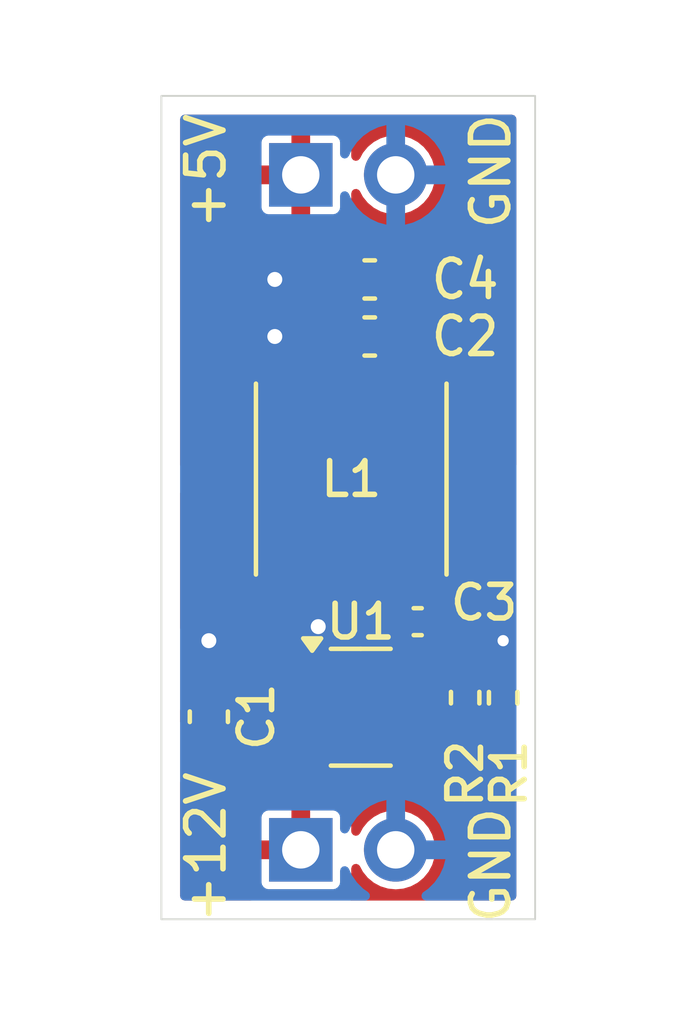
<source format=kicad_pcb>
(kicad_pcb (version 20240108) (generator "pcbnew") (generator_version "8.0")
  (layers (0 "F.Cu" signal) (31 "B.Cu" signal) (34 "B.Paste" user) (35 "F.Paste" user) (36 "B.SilkS" user "B.Silkscreen") (37 "F.SilkS" user "F.Silkscreen") (38 "B.Mask" user) (39 "F.Mask" user) (44 "Edge.Cuts" user))
  (net 0 "")
  (net 1 "GND")
  (net 2 "/+12V")
  (net 3 "/+5V")
  (net 4 "/BST")
  (net 5 "/SW")
  (net 6 "Net-(U1-FB)")
  (footprint "Capacitor_SMD:C_0603_1608Metric" (layer "F.Cu") (at 138.671 71.628 180)
    (property "Reference" "C4" (at -2.553 0 0) (layer "F.SilkS") (effects (font (size 1 0.9))))
    (property "Value" "22u")
    (fp_line (start -0.14058 0.51) (end 0.14058 0.51) (stroke (width 0.12)) (layer "F.SilkS"))
    (fp_line (start -0.14058 -0.51) (end 0.14058 -0.51) (stroke (width 0.12)) (layer "F.SilkS"))
    (pad "1" smd roundrect (at -0.775 0 180) (size 0.9 0.95) (layers "F.Cu" "F.Paste" "F.Mask") (net 3 "/+5V"))
    (pad "2" smd roundrect (at 0.775 0 180) (size 0.9 0.95) (layers "F.Cu" "F.Paste" "F.Mask") (net 1 "GND"))
  )
  (footprint "Connector_PinHeader_2.54mm:PinHeader_1x02_P2.54mm_Vertical" (layer "F.Cu") (at 136.826 68.834 90)
    (property "Reference" "J2" (hide yes))
    (property "Value" "Conn_01x02")
    (pad "1" thru_hole rect (at 0 0 90) (size 1.7 1.7) (drill 1) (layers "*.Cu" "*.Mask") (net 3 "/+5V"))
    (pad "2" thru_hole oval (at 0 2.54 90) (size 1.7 1.7) (drill 1) (layers "*.Cu" "*.Mask") (net 1 "GND"))
  )
  (footprint "Resistor_SMD:R_0402_1005Metric" (layer "F.Cu") (at 141.224 82.802 -90)
    (property "Reference" "R1" (at 2.034 -1.17 90) (layer "F.SilkS") (effects (font (size 0.9 0.9))))
    (property "Value" "52.3k")
    (fp_line (start -0.153641 0.38) (end 0.153641 0.38) (stroke (width 0.12)) (layer "F.SilkS"))
    (fp_line (start -0.153641 -0.38) (end 0.153641 -0.38) (stroke (width 0.12)) (layer "F.SilkS"))
    (pad "1" smd roundrect (at -0.51 0 270) (size 0.54 0.64) (layers "F.Cu" "F.Paste" "F.Mask") (net 3 "/+5V"))
    (pad "2" smd roundrect (at 0.51 0 270) (size 0.54 0.64) (layers "F.Cu" "F.Paste" "F.Mask") (net 6 "Net-(U1-FB)"))
  )
  (footprint "Resistor_SMD:R_0402_1005Metric" (layer "F.Cu") (at 142.24 82.804 90)
    (property "Reference" "R2" (at -2.032 -1.016 90) (layer "F.SilkS") (effects (font (size 0.9 0.9))))
    (property "Value" "10k")
    (fp_line (start -0.153641 -0.38) (end 0.153641 -0.38) (stroke (width 0.12)) (layer "F.SilkS"))
    (fp_line (start -0.153641 0.38) (end 0.153641 0.38) (stroke (width 0.12)) (layer "F.SilkS"))
    (pad "1" smd roundrect (at -0.51 0 90) (size 0.54 0.64) (layers "F.Cu" "F.Paste" "F.Mask") (net 6 "Net-(U1-FB)"))
    (pad "2" smd roundrect (at 0.51 0 90) (size 0.54 0.64) (layers "F.Cu" "F.Paste" "F.Mask") (net 1 "GND"))
  )
  (footprint "Package_TO_SOT_SMD:TSOT-23-6" (layer "F.Cu") (at 138.43 83.058)
    (property "Reference" "U1" (at 0 -2.286 180) (layer "F.SilkS") (effects (font (size 0.9 0.9))))
    (property "Value" "AP62301WU")
    (fp_line (start 0 -1.56) (end -0.8 -1.56) (stroke (width 0.12)) (layer "F.SilkS"))
    (fp_line (start 0 -1.56) (end 0.8 -1.56) (stroke (width 0.12)) (layer "F.SilkS"))
    (fp_line (start 0 1.56) (end -0.8 1.56) (stroke (width 0.12)) (layer "F.SilkS"))
    (fp_line (start 0 1.56) (end 0.8 1.56) (stroke (width 0.12)) (layer "F.SilkS"))
    (fp_poly (pts (xy -1.3 -1.51) (xy -1.54 -1.84) (xy -1.06 -1.84) (xy -1.3 -1.51)) (stroke (width 0.12)) (fill solid) (layer "F.SilkS"))
    (pad "1" smd roundrect (at -1.1375 -0.95) (size 1.325 0.6) (layers "F.Cu" "F.Paste" "F.Mask") (net 1 "GND"))
    (pad "2" smd roundrect (at -1.1375 0) (size 1.325 0.6) (layers "F.Cu" "F.Paste" "F.Mask") (net 5 "/SW"))
    (pad "3" smd roundrect (at -1.1375 0.95) (size 1.325 0.6) (layers "F.Cu" "F.Paste" "F.Mask") (net 2 "/+12V"))
    (pad "4" smd roundrect (at 1.1375 0.95) (size 1.325 0.6) (layers "F.Cu" "F.Paste" "F.Mask") (net 6 "Net-(U1-FB)"))
    (pad "5" smd roundrect (at 1.1375 0) (size 1.325 0.6) (layers "F.Cu" "F.Paste" "F.Mask"))
    (pad "6" smd roundrect (at 1.1375 -0.95) (size 1.325 0.6) (layers "F.Cu" "F.Paste" "F.Mask") (net 4 "/BST"))
  )
  (footprint "Capacitor_SMD:C_0603_1608Metric" (layer "F.Cu") (at 134.366 83.312 90)
    (property "Reference" "C1" (at 0 1.27 90) (layer "F.SilkS") (effects (font (size 0.9 0.9))))
    (property "Value" "10u")
    (fp_line (start -0.14058 -0.51) (end 0.14058 -0.51) (stroke (width 0.12)) (layer "F.SilkS"))
    (fp_line (start -0.14058 0.51) (end 0.14058 0.51) (stroke (width 0.12)) (layer "F.SilkS"))
    (pad "1" smd roundrect (at -0.775 0 90) (size 0.9 0.95) (layers "F.Cu" "F.Paste" "F.Mask") (net 2 "/+12V"))
    (pad "2" smd roundrect (at 0.775 0 90) (size 0.9 0.95) (layers "F.Cu" "F.Paste" "F.Mask") (net 1 "GND"))
  )
  (footprint "Connector_PinHeader_2.54mm:PinHeader_1x02_P2.54mm_Vertical" (layer "F.Cu") (at 136.826 86.868 90)
    (property "Reference" "J1" (hide yes))
    (property "Value" "Conn_01x02")
    (pad "1" thru_hole rect (at 0 0 90) (size 1.7 1.7) (drill 1) (layers "*.Cu" "*.Mask") (net 2 "/+12V"))
    (pad "2" thru_hole oval (at 0 2.54 90) (size 1.7 1.7) (drill 1) (layers "*.Cu" "*.Mask") (net 1 "GND"))
  )
  (footprint "Capacitor_SMD:C_0603_1608Metric" (layer "F.Cu") (at 138.671 73.152 180)
    (property "Reference" "C2" (at -2.553 0 0) (layer "F.SilkS") (effects (font (size 1 0.9))))
    (property "Value" "22u")
    (fp_line (start -0.14058 0.51) (end 0.14058 0.51) (stroke (width 0.12)) (layer "F.SilkS"))
    (fp_line (start -0.14058 -0.51) (end 0.14058 -0.51) (stroke (width 0.12)) (layer "F.SilkS"))
    (pad "1" smd roundrect (at -0.775 0 180) (size 0.9 0.95) (layers "F.Cu" "F.Paste" "F.Mask") (net 3 "/+5V"))
    (pad "2" smd roundrect (at 0.775 0 180) (size 0.9 0.95) (layers "F.Cu" "F.Paste" "F.Mask") (net 1 "GND"))
  )
  (footprint "Capacitor_SMD:C_0402_1005Metric" (layer "F.Cu") (at 139.954 80.772)
    (property "Reference" "C3" (at 1.778 -0.508 0) (layer "F.SilkS") (effects (font (size 0.9 0.9))))
    (property "Value" "100n")
    (fp_line (start -0.107836 -0.36) (end 0.107836 -0.36) (stroke (width 0.12)) (layer "F.SilkS"))
    (fp_line (start -0.107836 0.36) (end 0.107836 0.36) (stroke (width 0.12)) (layer "F.SilkS"))
    (pad "1" smd roundrect (at -0.48 0) (size 0.56 0.62) (layers "F.Cu" "F.Paste" "F.Mask") (net 5 "/SW"))
    (pad "2" smd roundrect (at 0.48 0) (size 0.56 0.62) (layers "F.Cu" "F.Paste" "F.Mask") (net 4 "/BST"))
  )
  (footprint "Inductor_SMD:L_Taiyo-Yuden_NR-50xx" (layer "F.Cu") (at 138.176 76.962 90)
    (property "Reference" "L1" (at 0 0 180) (layer "F.SilkS") (effects (font (size 0.9 0.9))))
    (property "Value" "3.3u")
    (fp_line (start -2.55 -2.55) (end 2.55 -2.55) (stroke (width 0.12)) (layer "F.SilkS"))
    (fp_line (start -2.55 2.55) (end 2.55 2.55) (stroke (width 0.12)) (layer "F.SilkS"))
    (pad "1" smd rect (at -1.8 0 90) (size 1.5 4) (layers "F.Cu" "F.Paste" "F.Mask") (net 5 "/SW"))
    (pad "2" smd rect (at 1.8 0 90) (size 1.5 4) (layers "F.Cu" "F.Paste" "F.Mask") (net 3 "/+5V"))
  )
  (gr_rect (start 133.096 66.724) (end 143.096 88.724) (stroke (width 0.05)) (fill none) (layer "Edge.Cuts"))
  (gr_text "GND" (at 142.494 70.358 90) (layer "F.SilkS") (effects (font (size 1 1)) (justify left bottom)))
  (gr_text "+5V" (at 134.874 70.358 90) (layer "F.SilkS") (effects (font (size 1 1)) (justify left bottom)))
  (gr_text "+12V" (at 134.874 88.9 90) (layer "F.SilkS") (effects (font (size 1 1)) (justify left bottom)))
  (gr_text "GND" (at 142.494 88.9 90) (layer "F.SilkS") (effects (font (size 1 1)) (justify left bottom)))
  (segment (start 142.24 82.294) (end 142.24 81.28) (width 0.2) (layer "F.Cu") (net 1))
  (segment (start 137.896 71.628) (end 136.131 71.628) (width 0.7) (layer "F.Cu") (net 1))
  (segment (start 137.896 73.152) (end 136.131 73.152) (width 0.7) (layer "F.Cu") (net 1))
  (segment (start 137.2925 82.108) (end 137.2925 80.9045) (width 0.7) (layer "F.Cu") (net 1))
  (segment (start 134.366 82.537) (end 134.366 81.28) (width 0.7) (layer "F.Cu") (net 1))
  (via (at 134.366 81.28) (size 0.8) (drill 0.4) (layers "F.Cu" "B.Cu") (net 1))
  (via (at 137.2925 80.9045) (size 0.8) (drill 0.4) (layers "F.Cu" "B.Cu") (net 1))
  (via (at 136.131 71.628) (size 0.8) (drill 0.4) (layers "F.Cu" "B.Cu") (net 1))
  (via (at 136.131 73.152) (size 0.8) (drill 0.4) (layers "F.Cu" "B.Cu") (net 1))
  (via (at 142.24 81.28) (size 0.6) (drill 0.3) (layers "F.Cu" "B.Cu") (net 1))
  (segment (start 134.445 84.008) (end 134.366 84.087) (width 0.7) (layer "F.Cu") (net 2))
  (segment (start 139.678 75.162) (end 138.176 75.162) (width 0.2) (layer "F.Cu") (net 3))
  (segment (start 139.446 71.628) (end 139.446 73.152) (width 0.7) (layer "F.Cu") (net 3))
  (segment (start 139.446 73.892) (end 138.176 75.162) (width 0.7) (layer "F.Cu") (net 3))
  (segment (start 141.224 82.292) (end 141.224 78.21) (width 0.2) (layer "F.Cu") (net 3))
  (segment (start 139.446 73.152) (end 139.446 73.892) (width 0.7) (layer "F.Cu") (net 3))
  (segment (start 141.224 78.21) (end 138.176 75.162) (width 0.2) (layer "F.Cu") (net 3))
  (segment (start 140.434 81.2415) (end 139.5675 82.108) (width 0.2) (layer "F.Cu") (net 4))
  (segment (start 140.434 80.772) (end 140.434 81.2415) (width 0.2) (layer "F.Cu") (net 4))
  (segment (start 142.24 83.314) (end 141.226 83.314) (width 0.2) (layer "F.Cu") (net 6))
  (segment (start 140.528 84.008) (end 139.5675 84.008) (width 0.2) (layer "F.Cu") (net 6))
  (segment (start 141.226 83.314) (end 141.224 83.312) (width 0.2) (layer "F.Cu") (net 6))
  (segment (start 141.224 83.312) (end 140.528 84.008) (width 0.2) (layer "F.Cu") (net 6))
  (zone (net 2) (net_name "/+12V") (layer "F.Cu") (priority 3) (connect_pads (clearance 0.2)) (min_thickness 0.25) (fill yes (thermal_gap 0.5) (thermal_bridge_width 0.5))
    (polygon (pts (xy 129.032 89.662) (xy 146.812 89.662) (xy 146.812 83.82) (xy 129.032 83.82)))
  )
  (zone (net 5) (net_name "/SW") (layer "F.Cu") (priority 1) (connect_pads (clearance 0.2)) (min_thickness 0.25) (fill yes (thermal_gap 0.5) (thermal_bridge_width 0.5))
    (polygon (pts (xy 129.032 83.566) (xy 147.066 83.566) (xy 147.066 77.216) (xy 129.032 77.216)))
  )
  (zone (net 3) (net_name "/+5V") (layer "F.Cu") (priority 2) (connect_pads (clearance 0.2)) (min_thickness 0.25) (fill yes (thermal_gap 0.5) (thermal_bridge_width 0.5))
    (polygon (pts (xy 129.032 76.708) (xy 147.066 76.708) (xy 147.066 66.294) (xy 129.032 66.294)))
  )
  (zone (net 1) (net_name "GND") (layer "B.Cu") (connect_pads (clearance 0.2)) (min_thickness 0.25) (fill yes (thermal_gap 0.5) (thermal_bridge_width 0.5))
    (polygon (pts (xy 128.778 89.916) (xy 147.32 89.916) (xy 147.32 66.04) (xy 128.778 66.04)))
  )
)
</source>
